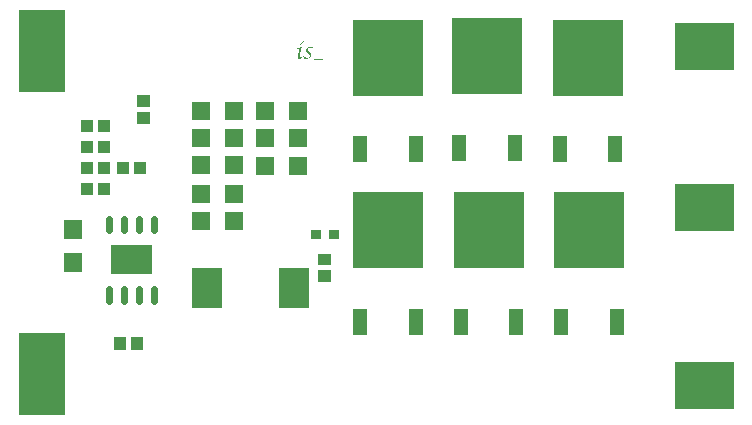
<source format=gtp>
G04 Created by GerbView*
%FSLAX26Y26*%
%MOIN*%
G75*
%ADD10C,0.0010*%
%ADD11C,0.0236*%
%ADD12R,0.1574X0.2755*%
%ADD13R,0.0393X0.0433*%
%ADD14R,0.0984X0.1377*%
%ADD15R,0.0630X0.0630*%
%ADD16R,0.0472X0.0866*%
%ADD17R,0.2361X0.2559*%
%ADD18R,0.2362X0.2559*%
%LNEXPORT*%
D02*
D10*
D11*
X470000Y630314D02*
Y669645D01*
X420000Y630314D02*
Y669645D01*
X370000Y630314D02*
Y669645D01*
X320000Y630314D02*
Y669645D01*
X470000Y396299D02*
Y435669D01*
X420000Y396299D02*
Y435669D01*
X370000Y396299D02*
Y435669D01*
X320000Y396299D02*
Y435669D01*
D12*
X95000Y1227992D03*
D11*
D12*
X95000Y152992D03*
D11*
D10*
G36*
X2206574Y1164291D02*
Y1321692D01*
X2403385D01*
Y1164291D01*
X2206574D01*
G37*
G36*
X2206574Y628582D02*
Y785984D01*
X2403385D01*
Y628582D01*
X2206574D01*
G37*
G36*
X2403385Y191692D02*
Y34291D01*
X2206574D01*
Y191692D01*
X2403385D01*
G37*
G36*
X463897Y483779D02*
X326062D01*
Y582165D01*
X463897D01*
Y483779D01*
G37*
G36*
X413267Y985787D02*
Y1025078D01*
X456692D01*
Y985787D01*
X413267D01*
G37*
G36*
X413267Y1040866D02*
Y1080196D01*
X456692D01*
Y1040866D01*
X413267D01*
G37*
D13*
X247440Y767992D03*
D10*
D13*
X302519Y767992D03*
D10*
G36*
X231496Y664488D02*
Y601496D01*
X168464D01*
Y664488D01*
X231496D01*
G37*
G36*
X231496Y554291D02*
Y491299D01*
X168464D01*
Y554291D01*
X231496D01*
G37*
G36*
X432165Y231299D02*
X392874D01*
Y274685D01*
X432165D01*
Y231299D01*
G37*
G36*
X377086Y231299D02*
X337795D01*
Y274685D01*
X377086D01*
Y231299D01*
G37*
D13*
X367637Y837874D03*
D10*
D13*
X422716Y837874D03*
D10*
D13*
X247440Y837992D03*
D10*
D13*
X302519Y837992D03*
D10*
D13*
X247440Y907992D03*
D10*
D13*
X302519Y907992D03*
D10*
D13*
X247440Y977992D03*
D10*
D13*
X302519Y977992D03*
D10*
D14*
X645078Y437165D03*
D10*
D14*
X936496Y437165D03*
D10*
D15*
X625000Y1027992D03*
D10*
D15*
X735196Y1027992D03*
D10*
G36*
X1696574Y862283D02*
X1649370D01*
Y948897D01*
X1696574D01*
Y862283D01*
G37*
D16*
X1486968Y905393D03*
D10*
D17*
X1580000Y1210511D03*
D10*
G36*
X1701574Y282283D02*
X1654370D01*
Y368897D01*
X1701574D01*
Y282283D01*
G37*
D16*
X1491968Y325393D03*
D10*
D17*
X1585000Y630511D03*
D10*
D15*
X840000Y937992D03*
D10*
D15*
X950196Y937992D03*
D10*
G36*
X1366574Y857283D02*
X1319370D01*
Y943897D01*
X1366574D01*
Y857283D01*
G37*
D16*
X1156968Y900393D03*
D10*
D18*
X1250000Y1205511D03*
D10*
G36*
X1366574Y282283D02*
X1319370D01*
Y368897D01*
X1366574D01*
Y282283D01*
G37*
D16*
X1156968Y325393D03*
D10*
D18*
X1250000Y630511D03*
D10*
D15*
X840000Y1027795D03*
D10*
D15*
X950196Y1027795D03*
D10*
G36*
X2031574Y857283D02*
X1984370D01*
Y943897D01*
X2031574D01*
Y857283D01*
G37*
D16*
X1821968Y900393D03*
D10*
D18*
X1915000Y1205511D03*
D10*
G36*
X2036574Y282283D02*
X1989370D01*
Y368897D01*
X2036574D01*
Y282283D01*
G37*
D16*
X1826968Y325393D03*
D10*
D18*
X1920000Y630511D03*
D10*
D15*
X840393Y846299D03*
D10*
D15*
X950590Y846299D03*
D10*
D15*
X625000Y937992D03*
D10*
D15*
X735196Y937992D03*
D10*
D15*
X625000Y847992D03*
D10*
D15*
X735196Y847992D03*
D10*
D15*
X625000Y752992D03*
D10*
D15*
X735196Y752992D03*
D10*
D15*
X625000Y662992D03*
D10*
D15*
X735196Y662992D03*
D10*
G36*
X1060866Y552952D02*
Y513582D01*
X1017559D01*
Y552952D01*
X1060866D01*
G37*
G36*
X1060866Y497834D02*
Y458464D01*
X1017559D01*
Y497834D01*
X1060866D01*
G37*
G36*
X1085590Y601181D02*
X1053661D01*
Y633070D01*
X1085590D01*
Y601181D01*
G37*
G36*
X1025590Y601181D02*
X993661D01*
Y633070D01*
X1025590D01*
Y601181D01*
G37*
G36*
X968800Y1210691D02*
X966800Y1208691D01*
X964900Y1206991D01*
X963100Y1205491D01*
X961300Y1204291D01*
X959500Y1203391D01*
X957800Y1202691D01*
X956200Y1202291D01*
X954600Y1202191D01*
X953400Y1202291D01*
X952300Y1202491D01*
X951400Y1202991D01*
X950700Y1203591D01*
X950100Y1204291D01*
X949700Y1205291D01*
X949500Y1206391D01*
X949400Y1207591D01*
Y1208091D01*
Y1208691D01*
X949500Y1209291D01*
X949600Y1210091D01*
X949700Y1210891D01*
X949900Y1211691D01*
X950000Y1212691D01*
X950200Y1213691D01*
X952700Y1226191D01*
X953000Y1227491D01*
X953200Y1228691D01*
X953400Y1229691D01*
X953500Y1230691D01*
X953600Y1231491D01*
X953700Y1232191D01*
X953800Y1232791D01*
Y1233291D01*
X953700Y1233991D01*
X953600Y1234591D01*
X953400Y1235191D01*
X953200Y1235591D01*
X952800Y1235891D01*
X952400Y1236091D01*
X952000Y1236291D01*
X951400D01*
X951000D01*
X950400D01*
X949800Y1236191D01*
X949100Y1235991D01*
X948300Y1235791D01*
X947500Y1235591D01*
X946600Y1235391D01*
X945500Y1235091D01*
X946000Y1237291D01*
X963700Y1243091D01*
X961000Y1231491D01*
X957500Y1213791D01*
X957300Y1212791D01*
X957100Y1211891D01*
X956900Y1211091D01*
X956800Y1210391D01*
X956700Y1209691D01*
Y1209191D01*
X956600Y1208791D01*
Y1208391D01*
X956700Y1207891D01*
X956800Y1207391D01*
X956900Y1206991D01*
X957200Y1206691D01*
X957500Y1206391D01*
X957800Y1206291D01*
X958200Y1206091D01*
X958700D01*
X959700Y1206191D01*
X960700Y1206591D01*
X961900Y1207191D01*
X963200Y1208091D01*
X964600Y1209191D01*
X966100Y1210591D01*
X967700Y1212191D01*
X969400Y1213991D01*
X968800Y1210691D01*
G37*
G36*
X958700Y1254291D02*
X968800Y1260891D01*
X965700Y1254291D01*
X956300Y1249291D01*
X958700Y1254291D01*
G37*
G36*
X972492Y1209327D02*
X973669Y1208496D01*
X974853Y1207776D01*
X976042Y1207166D01*
X977236Y1206667D01*
X978436Y1206279D01*
X979642Y1206002D01*
X980854Y1205836D01*
X982071Y1205780D01*
X982806Y1205805D01*
X983513Y1205878D01*
X984189Y1206001D01*
X984837Y1206172D01*
X985455Y1206392D01*
X986043Y1206662D01*
X986603Y1206980D01*
X987132Y1207347D01*
X987615Y1207750D01*
X988034Y1208177D01*
X988388Y1208626D01*
X988678Y1209099D01*
X988903Y1209594D01*
X989064Y1210113D01*
X989161Y1210655D01*
X989193Y1211220D01*
X989129Y1211889D01*
X988937Y1212616D01*
X988618Y1213402D01*
X988171Y1214246D01*
X987596Y1215149D01*
X986893Y1216110D01*
X986062Y1217130D01*
X985104Y1218208D01*
X981812Y1221811D01*
X980684Y1223098D01*
X979707Y1224332D01*
X978879Y1225512D01*
X978203Y1226637D01*
X977676Y1227709D01*
X977300Y1228727D01*
X977075Y1229691D01*
X976999Y1230600D01*
X977072Y1231808D01*
X977291Y1232981D01*
X977655Y1234120D01*
X978165Y1235224D01*
X978820Y1236294D01*
X979621Y1237330D01*
X980567Y1238332D01*
X981660Y1239299D01*
X982846Y1240190D01*
X984073Y1240962D01*
X985343Y1241615D01*
X986654Y1242150D01*
X988007Y1242565D01*
X989402Y1242862D01*
X990839Y1243040D01*
X992318Y1243100D01*
X993152Y1243078D01*
X994011Y1243014D01*
X994895Y1242908D01*
X995804Y1242758D01*
X996737Y1242566D01*
X997695Y1242331D01*
X998679Y1242054D01*
X999687Y1241734D01*
X998135Y1233788D01*
X995844D01*
X995951Y1234398D01*
X995968Y1234481D01*
X995983Y1234566D01*
X995996Y1234656D01*
X996006Y1234748D01*
X996014Y1234844D01*
X996020Y1234943D01*
X996023Y1235046D01*
X996024Y1235152D01*
X995926Y1236287D01*
X995631Y1237271D01*
X995140Y1238104D01*
X994452Y1238785D01*
X993568Y1239315D01*
X992487Y1239693D01*
X991210Y1239920D01*
X989737Y1239996D01*
X988085Y1239908D01*
X986654Y1239645D01*
X985442Y1239206D01*
X984451Y1238592D01*
X983681Y1237802D01*
X983130Y1236837D01*
X982800Y1235696D01*
X982690Y1234380D01*
X982755Y1233640D01*
X982951Y1232841D01*
X983278Y1231984D01*
X983736Y1231068D01*
X984324Y1230094D01*
X985043Y1229061D01*
X985893Y1227970D01*
X986873Y1226820D01*
X989829Y1223544D01*
X990962Y1222216D01*
X991943Y1220948D01*
X992774Y1219741D01*
X993453Y1218595D01*
X993982Y1217509D01*
X994360Y1216484D01*
X994586Y1215520D01*
X994662Y1214617D01*
X994581Y1213427D01*
X994341Y1212270D01*
X993940Y1211146D01*
X993380Y1210054D01*
X992659Y1208995D01*
X991777Y1207968D01*
X990736Y1206974D01*
X989534Y1206013D01*
X988230Y1205127D01*
X986883Y1204359D01*
X985491Y1203710D01*
X984055Y1203178D01*
X982575Y1202765D01*
X981052Y1202469D01*
X979484Y1202292D01*
X977872Y1202233D01*
X976711Y1202268D01*
X975521Y1202372D01*
X974301Y1202545D01*
X973052Y1202787D01*
X971773Y1203099D01*
X970465Y1203480D01*
X969128Y1203930D01*
X967762Y1204450D01*
X972492Y1209327D01*
G37*
G36*
X1002176Y1203120D02*
X1031981D01*
X1031079Y1198464D01*
X1001239D01*
X1002176Y1203120D01*
G37*
D02*
M02*

</source>
